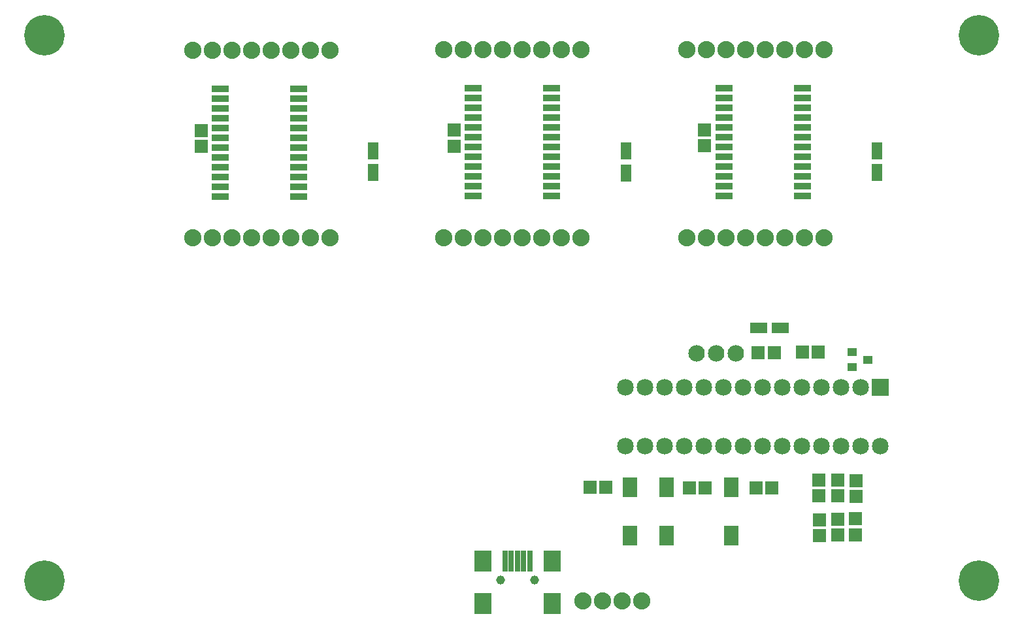
<source format=gts>
G04 MADE WITH FRITZING*
G04 WWW.FRITZING.ORG*
G04 DOUBLE SIDED*
G04 HOLES PLATED*
G04 CONTOUR ON CENTER OF CONTOUR VECTOR*
%ASAXBY*%
%FSLAX23Y23*%
%MOIN*%
%OFA0B0*%
%SFA1.0B1.0*%
%ADD10C,0.049370*%
%ADD11C,0.085000*%
%ADD12C,0.084000*%
%ADD13C,0.206850*%
%ADD14C,0.045433*%
%ADD15C,0.088000*%
%ADD16R,0.045433X0.041496*%
%ADD17R,0.069055X0.065118*%
%ADD18R,0.065118X0.069055*%
%ADD19R,0.085000X0.085000*%
%ADD20R,0.072992X0.100551*%
%ADD21R,0.029685X0.108425*%
%ADD22R,0.088740X0.108425*%
%ADD23R,0.057244X0.088740*%
%ADD24R,0.088740X0.057244*%
%ADD25R,0.090000X0.033000*%
%LNMASK1*%
G90*
G70*
G54D11*
X4434Y1173D03*
X4434Y873D03*
X4334Y1173D03*
X4334Y873D03*
X4234Y1173D03*
X4234Y873D03*
X4134Y1173D03*
X4134Y873D03*
X4034Y1173D03*
X4034Y873D03*
X3934Y1173D03*
X3934Y873D03*
X3834Y1173D03*
X3834Y873D03*
X3734Y1173D03*
X3734Y873D03*
X3634Y1173D03*
X3634Y873D03*
X3534Y1173D03*
X3534Y873D03*
X3434Y1173D03*
X3434Y873D03*
X3334Y1173D03*
X3334Y873D03*
X3234Y1173D03*
X3234Y873D03*
X3134Y1173D03*
X3134Y873D03*
G54D12*
X3596Y1346D03*
X3696Y1346D03*
X3496Y1346D03*
X3596Y1346D03*
X3696Y1346D03*
X3496Y1346D03*
G54D13*
X171Y184D03*
X4938Y184D03*
X4938Y2969D03*
X171Y2969D03*
G54D14*
X2496Y187D03*
X2670Y187D03*
G54D15*
X4146Y2895D03*
X4046Y2895D03*
X3946Y2895D03*
X3846Y2895D03*
X3746Y2895D03*
X3646Y2895D03*
X3546Y2895D03*
X3446Y2895D03*
X2908Y2894D03*
X2808Y2894D03*
X2708Y2894D03*
X2608Y2894D03*
X2508Y2894D03*
X2408Y2894D03*
X2308Y2894D03*
X2208Y2894D03*
X1628Y2893D03*
X1528Y2893D03*
X1428Y2893D03*
X1328Y2893D03*
X1228Y2893D03*
X1128Y2893D03*
X1028Y2893D03*
X928Y2893D03*
X3218Y83D03*
X3118Y83D03*
X3018Y83D03*
X2918Y83D03*
X4146Y1935D03*
X4046Y1935D03*
X3946Y1935D03*
X3846Y1935D03*
X3746Y1935D03*
X3646Y1935D03*
X3546Y1935D03*
X3446Y1935D03*
X2908Y1935D03*
X2808Y1935D03*
X2708Y1935D03*
X2608Y1935D03*
X2508Y1935D03*
X2408Y1935D03*
X2308Y1935D03*
X2208Y1935D03*
X1628Y1934D03*
X1528Y1934D03*
X1428Y1934D03*
X1328Y1934D03*
X1228Y1934D03*
X1128Y1934D03*
X1028Y1934D03*
X928Y1934D03*
G54D16*
X4290Y1350D03*
X4290Y1275D03*
X4369Y1313D03*
G54D17*
X4309Y614D03*
X4309Y695D03*
X4216Y617D03*
X4216Y698D03*
X4121Y617D03*
X4121Y698D03*
G54D18*
X3800Y658D03*
X3881Y658D03*
X4035Y1350D03*
X4116Y1350D03*
X3459Y658D03*
X3539Y658D03*
X2953Y660D03*
X3033Y660D03*
G54D17*
X4307Y419D03*
X4307Y500D03*
X4216Y417D03*
X4216Y498D03*
X4122Y416D03*
X4122Y496D03*
G54D18*
X3811Y1349D03*
X3892Y1349D03*
G54D19*
X4434Y1173D03*
G54D20*
X3344Y662D03*
X3344Y414D03*
X3155Y662D03*
X3155Y414D03*
X3674Y662D03*
X3674Y414D03*
G54D21*
X2583Y286D03*
X2551Y286D03*
X2646Y286D03*
X2614Y286D03*
G54D22*
X2760Y69D03*
X2406Y69D03*
X2760Y286D03*
X2406Y286D03*
G54D21*
X2520Y286D03*
G54D23*
X4415Y2267D03*
X4415Y2377D03*
X3135Y2266D03*
X3135Y2377D03*
G54D24*
X3923Y1474D03*
X3813Y1474D03*
G54D23*
X1845Y2268D03*
X1845Y2379D03*
G54D17*
X3538Y2484D03*
X3538Y2404D03*
X2260Y2484D03*
X2260Y2403D03*
X969Y2483D03*
X969Y2402D03*
G54D25*
X4035Y2148D03*
X4035Y2198D03*
X4035Y2248D03*
X4035Y2298D03*
X4035Y2348D03*
X4035Y2398D03*
X4035Y2448D03*
X4035Y2498D03*
X4035Y2548D03*
X4035Y2598D03*
X4035Y2648D03*
X4035Y2698D03*
X3635Y2148D03*
X3635Y2198D03*
X3635Y2248D03*
X3635Y2298D03*
X3635Y2348D03*
X3635Y2398D03*
X3635Y2448D03*
X3635Y2498D03*
X3635Y2548D03*
X3635Y2598D03*
X3635Y2648D03*
X3635Y2698D03*
X2757Y2147D03*
X2757Y2197D03*
X2757Y2247D03*
X2757Y2297D03*
X2757Y2347D03*
X2757Y2397D03*
X2757Y2447D03*
X2757Y2497D03*
X2757Y2547D03*
X2757Y2597D03*
X2757Y2647D03*
X2757Y2697D03*
X2357Y2147D03*
X2357Y2197D03*
X2357Y2247D03*
X2357Y2297D03*
X2357Y2347D03*
X2357Y2397D03*
X2357Y2447D03*
X2357Y2497D03*
X2357Y2547D03*
X2357Y2597D03*
X2357Y2647D03*
X2357Y2697D03*
X1466Y2146D03*
X1466Y2196D03*
X1466Y2246D03*
X1466Y2296D03*
X1466Y2346D03*
X1466Y2396D03*
X1466Y2446D03*
X1466Y2496D03*
X1466Y2546D03*
X1466Y2596D03*
X1466Y2646D03*
X1466Y2696D03*
X1066Y2146D03*
X1066Y2196D03*
X1066Y2246D03*
X1066Y2296D03*
X1066Y2346D03*
X1066Y2396D03*
X1066Y2446D03*
X1066Y2496D03*
X1066Y2546D03*
X1066Y2596D03*
X1066Y2646D03*
X1066Y2696D03*
G04 End of Mask1*
M02*
</source>
